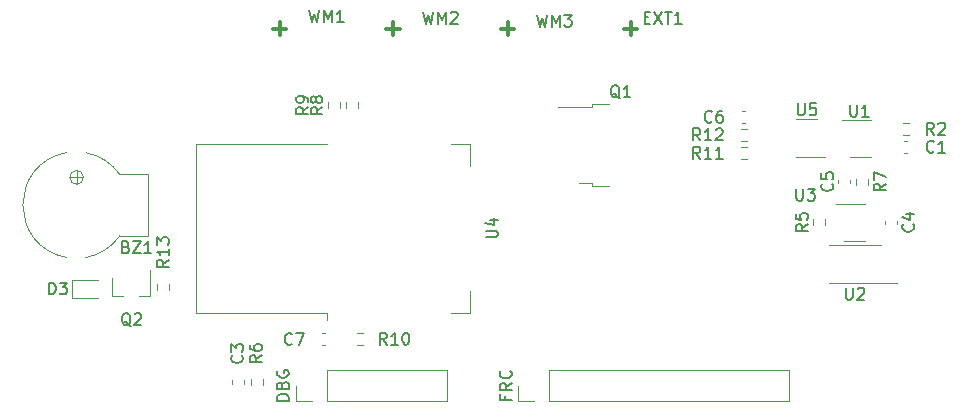
<source format=gto>
G04 #@! TF.GenerationSoftware,KiCad,Pcbnew,(5.1.12)-1*
G04 #@! TF.CreationDate,2022-06-29T22:30:09+05:00*
G04 #@! TF.ProjectId,YNXT-WM01,594e5854-2d57-44d3-9031-2e6b69636164,rev?*
G04 #@! TF.SameCoordinates,Original*
G04 #@! TF.FileFunction,Legend,Top*
G04 #@! TF.FilePolarity,Positive*
%FSLAX46Y46*%
G04 Gerber Fmt 4.6, Leading zero omitted, Abs format (unit mm)*
G04 Created by KiCad (PCBNEW (5.1.12)-1) date 2022-06-29 22:30:09*
%MOMM*%
%LPD*%
G01*
G04 APERTURE LIST*
%ADD10C,0.300000*%
%ADD11C,0.050000*%
%ADD12C,0.120000*%
%ADD13C,0.150000*%
%ADD14C,2.390000*%
%ADD15R,1.500000X2.200000*%
%ADD16R,1.700000X1.700000*%
%ADD17O,1.700000X1.700000*%
%ADD18R,2.200000X1.200000*%
%ADD19R,6.400000X5.800000*%
%ADD20C,2.100000*%
%ADD21R,2.100000X2.100000*%
%ADD22R,0.800000X0.900000*%
%ADD23R,1.220000X0.650000*%
%ADD24R,0.700000X2.000000*%
%ADD25R,2.000000X0.700000*%
%ADD26R,1.060000X0.650000*%
%ADD27R,0.800000X1.200000*%
%ADD28O,1.000000X1.600000*%
%ADD29C,0.650000*%
%ADD30O,1.000000X2.100000*%
%ADD31C,2.500000*%
G04 APERTURE END LIST*
D10*
X141986071Y-95357142D02*
X143128928Y-95357142D01*
X142557500Y-95928571D02*
X142557500Y-94785714D01*
X131572071Y-95357142D02*
X132714928Y-95357142D01*
X132143500Y-95928571D02*
X132143500Y-94785714D01*
X121856571Y-95357142D02*
X122999428Y-95357142D01*
X122428000Y-95928571D02*
X122428000Y-94785714D01*
X112268071Y-95357142D02*
X113410928Y-95357142D01*
X112839500Y-95928571D02*
X112839500Y-94785714D01*
D11*
X95097600Y-107962700D02*
X96189800Y-107962700D01*
X95656400Y-108542466D02*
X95656400Y-107382934D01*
X96236166Y-107962700D02*
G75*
G03*
X96236166Y-107962700I-579766J0D01*
G01*
D12*
X99313999Y-107708701D02*
X101727000Y-107708700D01*
X99332864Y-112890806D02*
X101727000Y-112890300D01*
X101727000Y-112890300D02*
X101727000Y-107708700D01*
X96438546Y-105869535D02*
G75*
G02*
X99313999Y-107708701I-807546J-4429965D01*
G01*
X99332864Y-112890806D02*
G75*
G02*
X96443799Y-114744499I-3701864J2591306D01*
G01*
X94818199Y-114744499D02*
G75*
G02*
X94818201Y-105854501I812801J4444999D01*
G01*
X114240000Y-126933000D02*
X114240000Y-125603000D01*
X115570000Y-126933000D02*
X114240000Y-126933000D01*
X116840000Y-126933000D02*
X116840000Y-124273000D01*
X116840000Y-124273000D02*
X127060000Y-124273000D01*
X116840000Y-126933000D02*
X127060000Y-126933000D01*
X127060000Y-126933000D02*
X127060000Y-124273000D01*
X139262000Y-108399500D02*
X138162000Y-108399500D01*
X139262000Y-108669500D02*
X139262000Y-108399500D01*
X140762000Y-108669500D02*
X139262000Y-108669500D01*
X139262000Y-102039500D02*
X136432000Y-102039500D01*
X139262000Y-101769500D02*
X139262000Y-102039500D01*
X140762000Y-101769500D02*
X139262000Y-101769500D01*
X166002580Y-105920000D02*
X165721420Y-105920000D01*
X166002580Y-104900000D02*
X165721420Y-104900000D01*
X165102000Y-111900580D02*
X165102000Y-111619420D01*
X164082000Y-111900580D02*
X164082000Y-111619420D01*
X109793500Y-125426080D02*
X109793500Y-125144920D01*
X108773500Y-125426080D02*
X108773500Y-125144920D01*
X160145000Y-108190420D02*
X160145000Y-108471580D01*
X161165000Y-108190420D02*
X161165000Y-108471580D01*
X152005420Y-103380000D02*
X152286580Y-103380000D01*
X152005420Y-102360000D02*
X152286580Y-102360000D01*
X116726580Y-121156000D02*
X116445420Y-121156000D01*
X116726580Y-122176000D02*
X116445420Y-122176000D01*
X98686500Y-117981000D02*
X98686500Y-116521000D01*
X101846500Y-117981000D02*
X101846500Y-115821000D01*
X101846500Y-117981000D02*
X100916500Y-117981000D01*
X98686500Y-117981000D02*
X99616500Y-117981000D01*
X166099258Y-104408500D02*
X165624742Y-104408500D01*
X166099258Y-103363500D02*
X165624742Y-103363500D01*
X157973500Y-111522742D02*
X157973500Y-111997258D01*
X159018500Y-111522742D02*
X159018500Y-111997258D01*
X162701500Y-108568258D02*
X162701500Y-108093742D01*
X161656500Y-108568258D02*
X161656500Y-108093742D01*
X110412000Y-125048242D02*
X110412000Y-125522758D01*
X111457000Y-125048242D02*
X111457000Y-125522758D01*
X119521500Y-102091258D02*
X119521500Y-101616742D01*
X118476500Y-102091258D02*
X118476500Y-101616742D01*
X116952500Y-101616742D02*
X116952500Y-102091258D01*
X117997500Y-101616742D02*
X117997500Y-102091258D01*
X119871258Y-121143500D02*
X119396742Y-121143500D01*
X119871258Y-122188500D02*
X119396742Y-122188500D01*
X151908742Y-106440500D02*
X152383258Y-106440500D01*
X151908742Y-105395500D02*
X152383258Y-105395500D01*
X152383258Y-104916500D02*
X151908742Y-104916500D01*
X152383258Y-103871500D02*
X151908742Y-103871500D01*
X102474500Y-116983742D02*
X102474500Y-117458258D01*
X103519500Y-116983742D02*
X103519500Y-117458258D01*
X161172000Y-106208000D02*
X162932000Y-106208000D01*
X162932000Y-103138000D02*
X160502000Y-103138000D01*
X128968000Y-119438000D02*
X127398000Y-119438000D01*
X128968000Y-119438000D02*
X128968000Y-117548000D01*
X128968000Y-106988000D02*
X128968000Y-105098000D01*
X128968000Y-105098000D02*
X127398000Y-105098000D01*
X116888000Y-105098000D02*
X105728000Y-105098000D01*
X105728000Y-105098000D02*
X105728000Y-119438000D01*
X105728000Y-119438000D02*
X116888000Y-119438000D01*
X116888000Y-119438000D02*
X116888000Y-120038000D01*
X156580000Y-106258000D02*
X159030000Y-106258000D01*
X158380000Y-103038000D02*
X156580000Y-103038000D01*
X161544000Y-116926000D02*
X165144000Y-116926000D01*
X161544000Y-116926000D02*
X159344000Y-116926000D01*
X161544000Y-113706000D02*
X163744000Y-113706000D01*
X161544000Y-113706000D02*
X159344000Y-113706000D01*
X162424000Y-110250000D02*
X159994000Y-110250000D01*
X160664000Y-113320000D02*
X162424000Y-113320000D01*
X97447000Y-116631500D02*
X95287000Y-116631500D01*
X95287000Y-116631500D02*
X95287000Y-118191500D01*
X95287000Y-118191500D02*
X97447000Y-118191500D01*
X133036000Y-126933000D02*
X133036000Y-125603000D01*
X134366000Y-126933000D02*
X133036000Y-126933000D01*
X135636000Y-126933000D02*
X135636000Y-124273000D01*
X135636000Y-124273000D02*
X156016000Y-124273000D01*
X135636000Y-126933000D02*
X156016000Y-126933000D01*
X156016000Y-126933000D02*
X156016000Y-124273000D01*
D13*
X99830047Y-113847571D02*
X99972904Y-113895190D01*
X100020523Y-113942809D01*
X100068142Y-114038047D01*
X100068142Y-114180904D01*
X100020523Y-114276142D01*
X99972904Y-114323761D01*
X99877666Y-114371380D01*
X99496714Y-114371380D01*
X99496714Y-113371380D01*
X99830047Y-113371380D01*
X99925285Y-113419000D01*
X99972904Y-113466619D01*
X100020523Y-113561857D01*
X100020523Y-113657095D01*
X99972904Y-113752333D01*
X99925285Y-113799952D01*
X99830047Y-113847571D01*
X99496714Y-113847571D01*
X100401476Y-113371380D02*
X101068142Y-113371380D01*
X100401476Y-114371380D01*
X101068142Y-114371380D01*
X101972904Y-114371380D02*
X101401476Y-114371380D01*
X101687190Y-114371380D02*
X101687190Y-113371380D01*
X101591952Y-113514238D01*
X101496714Y-113609476D01*
X101401476Y-113657095D01*
X113609380Y-126864904D02*
X112609380Y-126864904D01*
X112609380Y-126626809D01*
X112657000Y-126483952D01*
X112752238Y-126388714D01*
X112847476Y-126341095D01*
X113037952Y-126293476D01*
X113180809Y-126293476D01*
X113371285Y-126341095D01*
X113466523Y-126388714D01*
X113561761Y-126483952D01*
X113609380Y-126626809D01*
X113609380Y-126864904D01*
X113085571Y-125531571D02*
X113133190Y-125388714D01*
X113180809Y-125341095D01*
X113276047Y-125293476D01*
X113418904Y-125293476D01*
X113514142Y-125341095D01*
X113561761Y-125388714D01*
X113609380Y-125483952D01*
X113609380Y-125864904D01*
X112609380Y-125864904D01*
X112609380Y-125531571D01*
X112657000Y-125436333D01*
X112704619Y-125388714D01*
X112799857Y-125341095D01*
X112895095Y-125341095D01*
X112990333Y-125388714D01*
X113037952Y-125436333D01*
X113085571Y-125531571D01*
X113085571Y-125864904D01*
X112657000Y-124341095D02*
X112609380Y-124436333D01*
X112609380Y-124579190D01*
X112657000Y-124722047D01*
X112752238Y-124817285D01*
X112847476Y-124864904D01*
X113037952Y-124912523D01*
X113180809Y-124912523D01*
X113371285Y-124864904D01*
X113466523Y-124817285D01*
X113561761Y-124722047D01*
X113609380Y-124579190D01*
X113609380Y-124483952D01*
X113561761Y-124341095D01*
X113514142Y-124293476D01*
X113180809Y-124293476D01*
X113180809Y-124483952D01*
X141636761Y-101267119D02*
X141541523Y-101219500D01*
X141446285Y-101124261D01*
X141303428Y-100981404D01*
X141208190Y-100933785D01*
X141112952Y-100933785D01*
X141160571Y-101171880D02*
X141065333Y-101124261D01*
X140970095Y-101029023D01*
X140922476Y-100838547D01*
X140922476Y-100505214D01*
X140970095Y-100314738D01*
X141065333Y-100219500D01*
X141160571Y-100171880D01*
X141351047Y-100171880D01*
X141446285Y-100219500D01*
X141541523Y-100314738D01*
X141589142Y-100505214D01*
X141589142Y-100838547D01*
X141541523Y-101029023D01*
X141446285Y-101124261D01*
X141351047Y-101171880D01*
X141160571Y-101171880D01*
X142541523Y-101171880D02*
X141970095Y-101171880D01*
X142255809Y-101171880D02*
X142255809Y-100171880D01*
X142160571Y-100314738D01*
X142065333Y-100409976D01*
X141970095Y-100457595D01*
X143740380Y-94416571D02*
X144073714Y-94416571D01*
X144216571Y-94940380D02*
X143740380Y-94940380D01*
X143740380Y-93940380D01*
X144216571Y-93940380D01*
X144549904Y-93940380D02*
X145216571Y-94940380D01*
X145216571Y-93940380D02*
X144549904Y-94940380D01*
X145454666Y-93940380D02*
X146026095Y-93940380D01*
X145740380Y-94940380D02*
X145740380Y-93940380D01*
X146883238Y-94940380D02*
X146311809Y-94940380D01*
X146597523Y-94940380D02*
X146597523Y-93940380D01*
X146502285Y-94083238D01*
X146407047Y-94178476D01*
X146311809Y-94226095D01*
X168235333Y-105767142D02*
X168187714Y-105814761D01*
X168044857Y-105862380D01*
X167949619Y-105862380D01*
X167806761Y-105814761D01*
X167711523Y-105719523D01*
X167663904Y-105624285D01*
X167616285Y-105433809D01*
X167616285Y-105290952D01*
X167663904Y-105100476D01*
X167711523Y-105005238D01*
X167806761Y-104910000D01*
X167949619Y-104862380D01*
X168044857Y-104862380D01*
X168187714Y-104910000D01*
X168235333Y-104957619D01*
X169187714Y-105862380D02*
X168616285Y-105862380D01*
X168902000Y-105862380D02*
X168902000Y-104862380D01*
X168806761Y-105005238D01*
X168711523Y-105100476D01*
X168616285Y-105148095D01*
X166473142Y-111926666D02*
X166520761Y-111974285D01*
X166568380Y-112117142D01*
X166568380Y-112212380D01*
X166520761Y-112355238D01*
X166425523Y-112450476D01*
X166330285Y-112498095D01*
X166139809Y-112545714D01*
X165996952Y-112545714D01*
X165806476Y-112498095D01*
X165711238Y-112450476D01*
X165616000Y-112355238D01*
X165568380Y-112212380D01*
X165568380Y-112117142D01*
X165616000Y-111974285D01*
X165663619Y-111926666D01*
X165901714Y-111069523D02*
X166568380Y-111069523D01*
X165520761Y-111307619D02*
X166235047Y-111545714D01*
X166235047Y-110926666D01*
X109640642Y-123039166D02*
X109688261Y-123086785D01*
X109735880Y-123229642D01*
X109735880Y-123324880D01*
X109688261Y-123467738D01*
X109593023Y-123562976D01*
X109497785Y-123610595D01*
X109307309Y-123658214D01*
X109164452Y-123658214D01*
X108973976Y-123610595D01*
X108878738Y-123562976D01*
X108783500Y-123467738D01*
X108735880Y-123324880D01*
X108735880Y-123229642D01*
X108783500Y-123086785D01*
X108831119Y-123039166D01*
X108735880Y-122705833D02*
X108735880Y-122086785D01*
X109116833Y-122420119D01*
X109116833Y-122277261D01*
X109164452Y-122182023D01*
X109212071Y-122134404D01*
X109307309Y-122086785D01*
X109545404Y-122086785D01*
X109640642Y-122134404D01*
X109688261Y-122182023D01*
X109735880Y-122277261D01*
X109735880Y-122562976D01*
X109688261Y-122658214D01*
X109640642Y-122705833D01*
X159615142Y-108497666D02*
X159662761Y-108545285D01*
X159710380Y-108688142D01*
X159710380Y-108783380D01*
X159662761Y-108926238D01*
X159567523Y-109021476D01*
X159472285Y-109069095D01*
X159281809Y-109116714D01*
X159138952Y-109116714D01*
X158948476Y-109069095D01*
X158853238Y-109021476D01*
X158758000Y-108926238D01*
X158710380Y-108783380D01*
X158710380Y-108688142D01*
X158758000Y-108545285D01*
X158805619Y-108497666D01*
X158710380Y-107592904D02*
X158710380Y-108069095D01*
X159186571Y-108116714D01*
X159138952Y-108069095D01*
X159091333Y-107973857D01*
X159091333Y-107735761D01*
X159138952Y-107640523D01*
X159186571Y-107592904D01*
X159281809Y-107545285D01*
X159519904Y-107545285D01*
X159615142Y-107592904D01*
X159662761Y-107640523D01*
X159710380Y-107735761D01*
X159710380Y-107973857D01*
X159662761Y-108069095D01*
X159615142Y-108116714D01*
X149439333Y-103227142D02*
X149391714Y-103274761D01*
X149248857Y-103322380D01*
X149153619Y-103322380D01*
X149010761Y-103274761D01*
X148915523Y-103179523D01*
X148867904Y-103084285D01*
X148820285Y-102893809D01*
X148820285Y-102750952D01*
X148867904Y-102560476D01*
X148915523Y-102465238D01*
X149010761Y-102370000D01*
X149153619Y-102322380D01*
X149248857Y-102322380D01*
X149391714Y-102370000D01*
X149439333Y-102417619D01*
X150296476Y-102322380D02*
X150106000Y-102322380D01*
X150010761Y-102370000D01*
X149963142Y-102417619D01*
X149867904Y-102560476D01*
X149820285Y-102750952D01*
X149820285Y-103131904D01*
X149867904Y-103227142D01*
X149915523Y-103274761D01*
X150010761Y-103322380D01*
X150201238Y-103322380D01*
X150296476Y-103274761D01*
X150344095Y-103227142D01*
X150391714Y-103131904D01*
X150391714Y-102893809D01*
X150344095Y-102798571D01*
X150296476Y-102750952D01*
X150201238Y-102703333D01*
X150010761Y-102703333D01*
X149915523Y-102750952D01*
X149867904Y-102798571D01*
X149820285Y-102893809D01*
X113879333Y-122035842D02*
X113831714Y-122083461D01*
X113688857Y-122131080D01*
X113593619Y-122131080D01*
X113450761Y-122083461D01*
X113355523Y-121988223D01*
X113307904Y-121892985D01*
X113260285Y-121702509D01*
X113260285Y-121559652D01*
X113307904Y-121369176D01*
X113355523Y-121273938D01*
X113450761Y-121178700D01*
X113593619Y-121131080D01*
X113688857Y-121131080D01*
X113831714Y-121178700D01*
X113879333Y-121226319D01*
X114212666Y-121131080D02*
X114879333Y-121131080D01*
X114450761Y-122131080D01*
X115363809Y-93813380D02*
X115601904Y-94813380D01*
X115792380Y-94099095D01*
X115982857Y-94813380D01*
X116220952Y-93813380D01*
X116601904Y-94813380D02*
X116601904Y-93813380D01*
X116935238Y-94527666D01*
X117268571Y-93813380D01*
X117268571Y-94813380D01*
X118268571Y-94813380D02*
X117697142Y-94813380D01*
X117982857Y-94813380D02*
X117982857Y-93813380D01*
X117887619Y-93956238D01*
X117792380Y-94051476D01*
X117697142Y-94099095D01*
X125015809Y-93940380D02*
X125253904Y-94940380D01*
X125444380Y-94226095D01*
X125634857Y-94940380D01*
X125872952Y-93940380D01*
X126253904Y-94940380D02*
X126253904Y-93940380D01*
X126587238Y-94654666D01*
X126920571Y-93940380D01*
X126920571Y-94940380D01*
X127349142Y-94035619D02*
X127396761Y-93988000D01*
X127492000Y-93940380D01*
X127730095Y-93940380D01*
X127825333Y-93988000D01*
X127872952Y-94035619D01*
X127920571Y-94130857D01*
X127920571Y-94226095D01*
X127872952Y-94368952D01*
X127301523Y-94940380D01*
X127920571Y-94940380D01*
X134667809Y-94194380D02*
X134905904Y-95194380D01*
X135096380Y-94480095D01*
X135286857Y-95194380D01*
X135524952Y-94194380D01*
X135905904Y-95194380D02*
X135905904Y-94194380D01*
X136239238Y-94908666D01*
X136572571Y-94194380D01*
X136572571Y-95194380D01*
X136953523Y-94194380D02*
X137572571Y-94194380D01*
X137239238Y-94575333D01*
X137382095Y-94575333D01*
X137477333Y-94622952D01*
X137524952Y-94670571D01*
X137572571Y-94765809D01*
X137572571Y-95003904D01*
X137524952Y-95099142D01*
X137477333Y-95146761D01*
X137382095Y-95194380D01*
X137096380Y-95194380D01*
X137001142Y-95146761D01*
X136953523Y-95099142D01*
X100234761Y-120562619D02*
X100139523Y-120515000D01*
X100044285Y-120419761D01*
X99901428Y-120276904D01*
X99806190Y-120229285D01*
X99710952Y-120229285D01*
X99758571Y-120467380D02*
X99663333Y-120419761D01*
X99568095Y-120324523D01*
X99520476Y-120134047D01*
X99520476Y-119800714D01*
X99568095Y-119610238D01*
X99663333Y-119515000D01*
X99758571Y-119467380D01*
X99949047Y-119467380D01*
X100044285Y-119515000D01*
X100139523Y-119610238D01*
X100187142Y-119800714D01*
X100187142Y-120134047D01*
X100139523Y-120324523D01*
X100044285Y-120419761D01*
X99949047Y-120467380D01*
X99758571Y-120467380D01*
X100568095Y-119562619D02*
X100615714Y-119515000D01*
X100710952Y-119467380D01*
X100949047Y-119467380D01*
X101044285Y-119515000D01*
X101091904Y-119562619D01*
X101139523Y-119657857D01*
X101139523Y-119753095D01*
X101091904Y-119895952D01*
X100520476Y-120467380D01*
X101139523Y-120467380D01*
X168235333Y-104338380D02*
X167902000Y-103862190D01*
X167663904Y-104338380D02*
X167663904Y-103338380D01*
X168044857Y-103338380D01*
X168140095Y-103386000D01*
X168187714Y-103433619D01*
X168235333Y-103528857D01*
X168235333Y-103671714D01*
X168187714Y-103766952D01*
X168140095Y-103814571D01*
X168044857Y-103862190D01*
X167663904Y-103862190D01*
X168616285Y-103433619D02*
X168663904Y-103386000D01*
X168759142Y-103338380D01*
X168997238Y-103338380D01*
X169092476Y-103386000D01*
X169140095Y-103433619D01*
X169187714Y-103528857D01*
X169187714Y-103624095D01*
X169140095Y-103766952D01*
X168568666Y-104338380D01*
X169187714Y-104338380D01*
X157551380Y-111926666D02*
X157075190Y-112260000D01*
X157551380Y-112498095D02*
X156551380Y-112498095D01*
X156551380Y-112117142D01*
X156599000Y-112021904D01*
X156646619Y-111974285D01*
X156741857Y-111926666D01*
X156884714Y-111926666D01*
X156979952Y-111974285D01*
X157027571Y-112021904D01*
X157075190Y-112117142D01*
X157075190Y-112498095D01*
X156551380Y-111021904D02*
X156551380Y-111498095D01*
X157027571Y-111545714D01*
X156979952Y-111498095D01*
X156932333Y-111402857D01*
X156932333Y-111164761D01*
X156979952Y-111069523D01*
X157027571Y-111021904D01*
X157122809Y-110974285D01*
X157360904Y-110974285D01*
X157456142Y-111021904D01*
X157503761Y-111069523D01*
X157551380Y-111164761D01*
X157551380Y-111402857D01*
X157503761Y-111498095D01*
X157456142Y-111545714D01*
X164155380Y-108497666D02*
X163679190Y-108831000D01*
X164155380Y-109069095D02*
X163155380Y-109069095D01*
X163155380Y-108688142D01*
X163203000Y-108592904D01*
X163250619Y-108545285D01*
X163345857Y-108497666D01*
X163488714Y-108497666D01*
X163583952Y-108545285D01*
X163631571Y-108592904D01*
X163679190Y-108688142D01*
X163679190Y-109069095D01*
X163155380Y-108164333D02*
X163155380Y-107497666D01*
X164155380Y-107926238D01*
X111323380Y-123039166D02*
X110847190Y-123372500D01*
X111323380Y-123610595D02*
X110323380Y-123610595D01*
X110323380Y-123229642D01*
X110371000Y-123134404D01*
X110418619Y-123086785D01*
X110513857Y-123039166D01*
X110656714Y-123039166D01*
X110751952Y-123086785D01*
X110799571Y-123134404D01*
X110847190Y-123229642D01*
X110847190Y-123610595D01*
X110323380Y-122182023D02*
X110323380Y-122372500D01*
X110371000Y-122467738D01*
X110418619Y-122515357D01*
X110561476Y-122610595D01*
X110751952Y-122658214D01*
X111132904Y-122658214D01*
X111228142Y-122610595D01*
X111275761Y-122562976D01*
X111323380Y-122467738D01*
X111323380Y-122277261D01*
X111275761Y-122182023D01*
X111228142Y-122134404D01*
X111132904Y-122086785D01*
X110894809Y-122086785D01*
X110799571Y-122134404D01*
X110751952Y-122182023D01*
X110704333Y-122277261D01*
X110704333Y-122467738D01*
X110751952Y-122562976D01*
X110799571Y-122610595D01*
X110894809Y-122658214D01*
X116466880Y-102020666D02*
X115990690Y-102354000D01*
X116466880Y-102592095D02*
X115466880Y-102592095D01*
X115466880Y-102211142D01*
X115514500Y-102115904D01*
X115562119Y-102068285D01*
X115657357Y-102020666D01*
X115800214Y-102020666D01*
X115895452Y-102068285D01*
X115943071Y-102115904D01*
X115990690Y-102211142D01*
X115990690Y-102592095D01*
X115895452Y-101449238D02*
X115847833Y-101544476D01*
X115800214Y-101592095D01*
X115704976Y-101639714D01*
X115657357Y-101639714D01*
X115562119Y-101592095D01*
X115514500Y-101544476D01*
X115466880Y-101449238D01*
X115466880Y-101258761D01*
X115514500Y-101163523D01*
X115562119Y-101115904D01*
X115657357Y-101068285D01*
X115704976Y-101068285D01*
X115800214Y-101115904D01*
X115847833Y-101163523D01*
X115895452Y-101258761D01*
X115895452Y-101449238D01*
X115943071Y-101544476D01*
X115990690Y-101592095D01*
X116085928Y-101639714D01*
X116276404Y-101639714D01*
X116371642Y-101592095D01*
X116419261Y-101544476D01*
X116466880Y-101449238D01*
X116466880Y-101258761D01*
X116419261Y-101163523D01*
X116371642Y-101115904D01*
X116276404Y-101068285D01*
X116085928Y-101068285D01*
X115990690Y-101115904D01*
X115943071Y-101163523D01*
X115895452Y-101258761D01*
X115260380Y-102020666D02*
X114784190Y-102354000D01*
X115260380Y-102592095D02*
X114260380Y-102592095D01*
X114260380Y-102211142D01*
X114308000Y-102115904D01*
X114355619Y-102068285D01*
X114450857Y-102020666D01*
X114593714Y-102020666D01*
X114688952Y-102068285D01*
X114736571Y-102115904D01*
X114784190Y-102211142D01*
X114784190Y-102592095D01*
X115260380Y-101544476D02*
X115260380Y-101354000D01*
X115212761Y-101258761D01*
X115165142Y-101211142D01*
X115022285Y-101115904D01*
X114831809Y-101068285D01*
X114450857Y-101068285D01*
X114355619Y-101115904D01*
X114308000Y-101163523D01*
X114260380Y-101258761D01*
X114260380Y-101449238D01*
X114308000Y-101544476D01*
X114355619Y-101592095D01*
X114450857Y-101639714D01*
X114688952Y-101639714D01*
X114784190Y-101592095D01*
X114831809Y-101544476D01*
X114879428Y-101449238D01*
X114879428Y-101258761D01*
X114831809Y-101163523D01*
X114784190Y-101115904D01*
X114688952Y-101068285D01*
X121912142Y-122118380D02*
X121578809Y-121642190D01*
X121340714Y-122118380D02*
X121340714Y-121118380D01*
X121721666Y-121118380D01*
X121816904Y-121166000D01*
X121864523Y-121213619D01*
X121912142Y-121308857D01*
X121912142Y-121451714D01*
X121864523Y-121546952D01*
X121816904Y-121594571D01*
X121721666Y-121642190D01*
X121340714Y-121642190D01*
X122864523Y-122118380D02*
X122293095Y-122118380D01*
X122578809Y-122118380D02*
X122578809Y-121118380D01*
X122483571Y-121261238D01*
X122388333Y-121356476D01*
X122293095Y-121404095D01*
X123483571Y-121118380D02*
X123578809Y-121118380D01*
X123674047Y-121166000D01*
X123721666Y-121213619D01*
X123769285Y-121308857D01*
X123816904Y-121499333D01*
X123816904Y-121737428D01*
X123769285Y-121927904D01*
X123721666Y-122023142D01*
X123674047Y-122070761D01*
X123578809Y-122118380D01*
X123483571Y-122118380D01*
X123388333Y-122070761D01*
X123340714Y-122023142D01*
X123293095Y-121927904D01*
X123245476Y-121737428D01*
X123245476Y-121499333D01*
X123293095Y-121308857D01*
X123340714Y-121213619D01*
X123388333Y-121166000D01*
X123483571Y-121118380D01*
X148455142Y-106370380D02*
X148121809Y-105894190D01*
X147883714Y-106370380D02*
X147883714Y-105370380D01*
X148264666Y-105370380D01*
X148359904Y-105418000D01*
X148407523Y-105465619D01*
X148455142Y-105560857D01*
X148455142Y-105703714D01*
X148407523Y-105798952D01*
X148359904Y-105846571D01*
X148264666Y-105894190D01*
X147883714Y-105894190D01*
X149407523Y-106370380D02*
X148836095Y-106370380D01*
X149121809Y-106370380D02*
X149121809Y-105370380D01*
X149026571Y-105513238D01*
X148931333Y-105608476D01*
X148836095Y-105656095D01*
X150359904Y-106370380D02*
X149788476Y-106370380D01*
X150074190Y-106370380D02*
X150074190Y-105370380D01*
X149978952Y-105513238D01*
X149883714Y-105608476D01*
X149788476Y-105656095D01*
X148455142Y-104820980D02*
X148121809Y-104344790D01*
X147883714Y-104820980D02*
X147883714Y-103820980D01*
X148264666Y-103820980D01*
X148359904Y-103868600D01*
X148407523Y-103916219D01*
X148455142Y-104011457D01*
X148455142Y-104154314D01*
X148407523Y-104249552D01*
X148359904Y-104297171D01*
X148264666Y-104344790D01*
X147883714Y-104344790D01*
X149407523Y-104820980D02*
X148836095Y-104820980D01*
X149121809Y-104820980D02*
X149121809Y-103820980D01*
X149026571Y-103963838D01*
X148931333Y-104059076D01*
X148836095Y-104106695D01*
X149788476Y-103916219D02*
X149836095Y-103868600D01*
X149931333Y-103820980D01*
X150169428Y-103820980D01*
X150264666Y-103868600D01*
X150312285Y-103916219D01*
X150359904Y-104011457D01*
X150359904Y-104106695D01*
X150312285Y-104249552D01*
X149740857Y-104820980D01*
X150359904Y-104820980D01*
X103449380Y-114942857D02*
X102973190Y-115276190D01*
X103449380Y-115514285D02*
X102449380Y-115514285D01*
X102449380Y-115133333D01*
X102497000Y-115038095D01*
X102544619Y-114990476D01*
X102639857Y-114942857D01*
X102782714Y-114942857D01*
X102877952Y-114990476D01*
X102925571Y-115038095D01*
X102973190Y-115133333D01*
X102973190Y-115514285D01*
X103449380Y-113990476D02*
X103449380Y-114561904D01*
X103449380Y-114276190D02*
X102449380Y-114276190D01*
X102592238Y-114371428D01*
X102687476Y-114466666D01*
X102735095Y-114561904D01*
X102449380Y-113657142D02*
X102449380Y-113038095D01*
X102830333Y-113371428D01*
X102830333Y-113228571D01*
X102877952Y-113133333D01*
X102925571Y-113085714D01*
X103020809Y-113038095D01*
X103258904Y-113038095D01*
X103354142Y-113085714D01*
X103401761Y-113133333D01*
X103449380Y-113228571D01*
X103449380Y-113514285D01*
X103401761Y-113609523D01*
X103354142Y-113657142D01*
X161163095Y-101814380D02*
X161163095Y-102623904D01*
X161210714Y-102719142D01*
X161258333Y-102766761D01*
X161353571Y-102814380D01*
X161544047Y-102814380D01*
X161639285Y-102766761D01*
X161686904Y-102719142D01*
X161734523Y-102623904D01*
X161734523Y-101814380D01*
X162734523Y-102814380D02*
X162163095Y-102814380D01*
X162448809Y-102814380D02*
X162448809Y-101814380D01*
X162353571Y-101957238D01*
X162258333Y-102052476D01*
X162163095Y-102100095D01*
X130300380Y-113029904D02*
X131109904Y-113029904D01*
X131205142Y-112982285D01*
X131252761Y-112934666D01*
X131300380Y-112839428D01*
X131300380Y-112648952D01*
X131252761Y-112553714D01*
X131205142Y-112506095D01*
X131109904Y-112458476D01*
X130300380Y-112458476D01*
X130633714Y-111553714D02*
X131300380Y-111553714D01*
X130252761Y-111791809D02*
X130967047Y-112029904D01*
X130967047Y-111410857D01*
X156718095Y-101687380D02*
X156718095Y-102496904D01*
X156765714Y-102592142D01*
X156813333Y-102639761D01*
X156908571Y-102687380D01*
X157099047Y-102687380D01*
X157194285Y-102639761D01*
X157241904Y-102592142D01*
X157289523Y-102496904D01*
X157289523Y-101687380D01*
X158241904Y-101687380D02*
X157765714Y-101687380D01*
X157718095Y-102163571D01*
X157765714Y-102115952D01*
X157860952Y-102068333D01*
X158099047Y-102068333D01*
X158194285Y-102115952D01*
X158241904Y-102163571D01*
X158289523Y-102258809D01*
X158289523Y-102496904D01*
X158241904Y-102592142D01*
X158194285Y-102639761D01*
X158099047Y-102687380D01*
X157860952Y-102687380D01*
X157765714Y-102639761D01*
X157718095Y-102592142D01*
X160782095Y-117308380D02*
X160782095Y-118117904D01*
X160829714Y-118213142D01*
X160877333Y-118260761D01*
X160972571Y-118308380D01*
X161163047Y-118308380D01*
X161258285Y-118260761D01*
X161305904Y-118213142D01*
X161353523Y-118117904D01*
X161353523Y-117308380D01*
X161782095Y-117403619D02*
X161829714Y-117356000D01*
X161924952Y-117308380D01*
X162163047Y-117308380D01*
X162258285Y-117356000D01*
X162305904Y-117403619D01*
X162353523Y-117498857D01*
X162353523Y-117594095D01*
X162305904Y-117736952D01*
X161734476Y-118308380D01*
X162353523Y-118308380D01*
X156591095Y-108926380D02*
X156591095Y-109735904D01*
X156638714Y-109831142D01*
X156686333Y-109878761D01*
X156781571Y-109926380D01*
X156972047Y-109926380D01*
X157067285Y-109878761D01*
X157114904Y-109831142D01*
X157162523Y-109735904D01*
X157162523Y-108926380D01*
X157543476Y-108926380D02*
X158162523Y-108926380D01*
X157829190Y-109307333D01*
X157972047Y-109307333D01*
X158067285Y-109354952D01*
X158114904Y-109402571D01*
X158162523Y-109497809D01*
X158162523Y-109735904D01*
X158114904Y-109831142D01*
X158067285Y-109878761D01*
X157972047Y-109926380D01*
X157686333Y-109926380D01*
X157591095Y-109878761D01*
X157543476Y-109831142D01*
X93305404Y-117863880D02*
X93305404Y-116863880D01*
X93543500Y-116863880D01*
X93686357Y-116911500D01*
X93781595Y-117006738D01*
X93829214Y-117101976D01*
X93876833Y-117292452D01*
X93876833Y-117435309D01*
X93829214Y-117625785D01*
X93781595Y-117721023D01*
X93686357Y-117816261D01*
X93543500Y-117863880D01*
X93305404Y-117863880D01*
X94210166Y-116863880D02*
X94829214Y-116863880D01*
X94495880Y-117244833D01*
X94638738Y-117244833D01*
X94733976Y-117292452D01*
X94781595Y-117340071D01*
X94829214Y-117435309D01*
X94829214Y-117673404D01*
X94781595Y-117768642D01*
X94733976Y-117816261D01*
X94638738Y-117863880D01*
X94353023Y-117863880D01*
X94257785Y-117816261D01*
X94210166Y-117768642D01*
X131964571Y-126460142D02*
X131964571Y-126793476D01*
X132488380Y-126793476D02*
X131488380Y-126793476D01*
X131488380Y-126317285D01*
X132488380Y-125364904D02*
X132012190Y-125698238D01*
X132488380Y-125936333D02*
X131488380Y-125936333D01*
X131488380Y-125555380D01*
X131536000Y-125460142D01*
X131583619Y-125412523D01*
X131678857Y-125364904D01*
X131821714Y-125364904D01*
X131916952Y-125412523D01*
X131964571Y-125460142D01*
X132012190Y-125555380D01*
X132012190Y-125936333D01*
X132393142Y-124364904D02*
X132440761Y-124412523D01*
X132488380Y-124555380D01*
X132488380Y-124650619D01*
X132440761Y-124793476D01*
X132345523Y-124888714D01*
X132250285Y-124936333D01*
X132059809Y-124983952D01*
X131916952Y-124983952D01*
X131726476Y-124936333D01*
X131631238Y-124888714D01*
X131536000Y-124793476D01*
X131488380Y-124650619D01*
X131488380Y-124555380D01*
X131536000Y-124412523D01*
X131583619Y-124364904D01*
%LPC*%
D14*
X97288001Y-120455001D03*
D15*
X95631000Y-114414300D03*
X95631000Y-106133900D03*
D16*
X115570000Y-125603000D03*
D17*
X118110000Y-125603000D03*
X120650000Y-125603000D03*
X123190000Y-125603000D03*
X125730000Y-125603000D03*
D18*
X137532000Y-102939500D03*
X137532000Y-107499500D03*
D19*
X143832000Y-105219500D03*
D20*
X146558000Y-96774000D03*
D21*
X144018000Y-96774000D03*
G36*
G01*
X165537000Y-105160000D02*
X165537000Y-105660000D01*
G75*
G02*
X165312000Y-105885000I-225000J0D01*
G01*
X164862000Y-105885000D01*
G75*
G02*
X164637000Y-105660000I0J225000D01*
G01*
X164637000Y-105160000D01*
G75*
G02*
X164862000Y-104935000I225000J0D01*
G01*
X165312000Y-104935000D01*
G75*
G02*
X165537000Y-105160000I0J-225000D01*
G01*
G37*
G36*
G01*
X167087000Y-105160000D02*
X167087000Y-105660000D01*
G75*
G02*
X166862000Y-105885000I-225000J0D01*
G01*
X166412000Y-105885000D01*
G75*
G02*
X166187000Y-105660000I0J225000D01*
G01*
X166187000Y-105160000D01*
G75*
G02*
X166412000Y-104935000I225000J0D01*
G01*
X166862000Y-104935000D01*
G75*
G02*
X167087000Y-105160000I0J-225000D01*
G01*
G37*
G36*
G01*
X164842000Y-112985000D02*
X164342000Y-112985000D01*
G75*
G02*
X164117000Y-112760000I0J225000D01*
G01*
X164117000Y-112310000D01*
G75*
G02*
X164342000Y-112085000I225000J0D01*
G01*
X164842000Y-112085000D01*
G75*
G02*
X165067000Y-112310000I0J-225000D01*
G01*
X165067000Y-112760000D01*
G75*
G02*
X164842000Y-112985000I-225000J0D01*
G01*
G37*
G36*
G01*
X164842000Y-111435000D02*
X164342000Y-111435000D01*
G75*
G02*
X164117000Y-111210000I0J225000D01*
G01*
X164117000Y-110760000D01*
G75*
G02*
X164342000Y-110535000I225000J0D01*
G01*
X164842000Y-110535000D01*
G75*
G02*
X165067000Y-110760000I0J-225000D01*
G01*
X165067000Y-111210000D01*
G75*
G02*
X164842000Y-111435000I-225000J0D01*
G01*
G37*
G36*
G01*
X109533500Y-126510500D02*
X109033500Y-126510500D01*
G75*
G02*
X108808500Y-126285500I0J225000D01*
G01*
X108808500Y-125835500D01*
G75*
G02*
X109033500Y-125610500I225000J0D01*
G01*
X109533500Y-125610500D01*
G75*
G02*
X109758500Y-125835500I0J-225000D01*
G01*
X109758500Y-126285500D01*
G75*
G02*
X109533500Y-126510500I-225000J0D01*
G01*
G37*
G36*
G01*
X109533500Y-124960500D02*
X109033500Y-124960500D01*
G75*
G02*
X108808500Y-124735500I0J225000D01*
G01*
X108808500Y-124285500D01*
G75*
G02*
X109033500Y-124060500I225000J0D01*
G01*
X109533500Y-124060500D01*
G75*
G02*
X109758500Y-124285500I0J-225000D01*
G01*
X109758500Y-124735500D01*
G75*
G02*
X109533500Y-124960500I-225000J0D01*
G01*
G37*
G36*
G01*
X160405000Y-107106000D02*
X160905000Y-107106000D01*
G75*
G02*
X161130000Y-107331000I0J-225000D01*
G01*
X161130000Y-107781000D01*
G75*
G02*
X160905000Y-108006000I-225000J0D01*
G01*
X160405000Y-108006000D01*
G75*
G02*
X160180000Y-107781000I0J225000D01*
G01*
X160180000Y-107331000D01*
G75*
G02*
X160405000Y-107106000I225000J0D01*
G01*
G37*
G36*
G01*
X160405000Y-108656000D02*
X160905000Y-108656000D01*
G75*
G02*
X161130000Y-108881000I0J-225000D01*
G01*
X161130000Y-109331000D01*
G75*
G02*
X160905000Y-109556000I-225000J0D01*
G01*
X160405000Y-109556000D01*
G75*
G02*
X160180000Y-109331000I0J225000D01*
G01*
X160180000Y-108881000D01*
G75*
G02*
X160405000Y-108656000I225000J0D01*
G01*
G37*
G36*
G01*
X150921000Y-103120000D02*
X150921000Y-102620000D01*
G75*
G02*
X151146000Y-102395000I225000J0D01*
G01*
X151596000Y-102395000D01*
G75*
G02*
X151821000Y-102620000I0J-225000D01*
G01*
X151821000Y-103120000D01*
G75*
G02*
X151596000Y-103345000I-225000J0D01*
G01*
X151146000Y-103345000D01*
G75*
G02*
X150921000Y-103120000I0J225000D01*
G01*
G37*
G36*
G01*
X152471000Y-103120000D02*
X152471000Y-102620000D01*
G75*
G02*
X152696000Y-102395000I225000J0D01*
G01*
X153146000Y-102395000D01*
G75*
G02*
X153371000Y-102620000I0J-225000D01*
G01*
X153371000Y-103120000D01*
G75*
G02*
X153146000Y-103345000I-225000J0D01*
G01*
X152696000Y-103345000D01*
G75*
G02*
X152471000Y-103120000I0J225000D01*
G01*
G37*
G36*
G01*
X117811000Y-121416000D02*
X117811000Y-121916000D01*
G75*
G02*
X117586000Y-122141000I-225000J0D01*
G01*
X117136000Y-122141000D01*
G75*
G02*
X116911000Y-121916000I0J225000D01*
G01*
X116911000Y-121416000D01*
G75*
G02*
X117136000Y-121191000I225000J0D01*
G01*
X117586000Y-121191000D01*
G75*
G02*
X117811000Y-121416000I0J-225000D01*
G01*
G37*
G36*
G01*
X116261000Y-121416000D02*
X116261000Y-121916000D01*
G75*
G02*
X116036000Y-122141000I-225000J0D01*
G01*
X115586000Y-122141000D01*
G75*
G02*
X115361000Y-121916000I0J225000D01*
G01*
X115361000Y-121416000D01*
G75*
G02*
X115586000Y-121191000I225000J0D01*
G01*
X116036000Y-121191000D01*
G75*
G02*
X116261000Y-121416000I0J-225000D01*
G01*
G37*
X114300000Y-96774000D03*
D20*
X116840000Y-96774000D03*
X119380000Y-96774000D03*
X129032000Y-96774000D03*
X126492000Y-96774000D03*
D21*
X123952000Y-96774000D03*
X133604000Y-96774000D03*
D20*
X136144000Y-96774000D03*
X138684000Y-96774000D03*
D22*
X101216500Y-116221000D03*
X99316500Y-116221000D03*
X100266500Y-118221000D03*
G36*
G01*
X165437000Y-103611000D02*
X165437000Y-104161000D01*
G75*
G02*
X165237000Y-104361000I-200000J0D01*
G01*
X164837000Y-104361000D01*
G75*
G02*
X164637000Y-104161000I0J200000D01*
G01*
X164637000Y-103611000D01*
G75*
G02*
X164837000Y-103411000I200000J0D01*
G01*
X165237000Y-103411000D01*
G75*
G02*
X165437000Y-103611000I0J-200000D01*
G01*
G37*
G36*
G01*
X167087000Y-103611000D02*
X167087000Y-104161000D01*
G75*
G02*
X166887000Y-104361000I-200000J0D01*
G01*
X166487000Y-104361000D01*
G75*
G02*
X166287000Y-104161000I0J200000D01*
G01*
X166287000Y-103611000D01*
G75*
G02*
X166487000Y-103411000I200000J0D01*
G01*
X166887000Y-103411000D01*
G75*
G02*
X167087000Y-103611000I0J-200000D01*
G01*
G37*
G36*
G01*
X158221000Y-110535000D02*
X158771000Y-110535000D01*
G75*
G02*
X158971000Y-110735000I0J-200000D01*
G01*
X158971000Y-111135000D01*
G75*
G02*
X158771000Y-111335000I-200000J0D01*
G01*
X158221000Y-111335000D01*
G75*
G02*
X158021000Y-111135000I0J200000D01*
G01*
X158021000Y-110735000D01*
G75*
G02*
X158221000Y-110535000I200000J0D01*
G01*
G37*
G36*
G01*
X158221000Y-112185000D02*
X158771000Y-112185000D01*
G75*
G02*
X158971000Y-112385000I0J-200000D01*
G01*
X158971000Y-112785000D01*
G75*
G02*
X158771000Y-112985000I-200000J0D01*
G01*
X158221000Y-112985000D01*
G75*
G02*
X158021000Y-112785000I0J200000D01*
G01*
X158021000Y-112385000D01*
G75*
G02*
X158221000Y-112185000I200000J0D01*
G01*
G37*
G36*
G01*
X162454000Y-109556000D02*
X161904000Y-109556000D01*
G75*
G02*
X161704000Y-109356000I0J200000D01*
G01*
X161704000Y-108956000D01*
G75*
G02*
X161904000Y-108756000I200000J0D01*
G01*
X162454000Y-108756000D01*
G75*
G02*
X162654000Y-108956000I0J-200000D01*
G01*
X162654000Y-109356000D01*
G75*
G02*
X162454000Y-109556000I-200000J0D01*
G01*
G37*
G36*
G01*
X162454000Y-107906000D02*
X161904000Y-107906000D01*
G75*
G02*
X161704000Y-107706000I0J200000D01*
G01*
X161704000Y-107306000D01*
G75*
G02*
X161904000Y-107106000I200000J0D01*
G01*
X162454000Y-107106000D01*
G75*
G02*
X162654000Y-107306000I0J-200000D01*
G01*
X162654000Y-107706000D01*
G75*
G02*
X162454000Y-107906000I-200000J0D01*
G01*
G37*
G36*
G01*
X110659500Y-124060500D02*
X111209500Y-124060500D01*
G75*
G02*
X111409500Y-124260500I0J-200000D01*
G01*
X111409500Y-124660500D01*
G75*
G02*
X111209500Y-124860500I-200000J0D01*
G01*
X110659500Y-124860500D01*
G75*
G02*
X110459500Y-124660500I0J200000D01*
G01*
X110459500Y-124260500D01*
G75*
G02*
X110659500Y-124060500I200000J0D01*
G01*
G37*
G36*
G01*
X110659500Y-125710500D02*
X111209500Y-125710500D01*
G75*
G02*
X111409500Y-125910500I0J-200000D01*
G01*
X111409500Y-126310500D01*
G75*
G02*
X111209500Y-126510500I-200000J0D01*
G01*
X110659500Y-126510500D01*
G75*
G02*
X110459500Y-126310500I0J200000D01*
G01*
X110459500Y-125910500D01*
G75*
G02*
X110659500Y-125710500I200000J0D01*
G01*
G37*
G36*
G01*
X119274000Y-103079000D02*
X118724000Y-103079000D01*
G75*
G02*
X118524000Y-102879000I0J200000D01*
G01*
X118524000Y-102479000D01*
G75*
G02*
X118724000Y-102279000I200000J0D01*
G01*
X119274000Y-102279000D01*
G75*
G02*
X119474000Y-102479000I0J-200000D01*
G01*
X119474000Y-102879000D01*
G75*
G02*
X119274000Y-103079000I-200000J0D01*
G01*
G37*
G36*
G01*
X119274000Y-101429000D02*
X118724000Y-101429000D01*
G75*
G02*
X118524000Y-101229000I0J200000D01*
G01*
X118524000Y-100829000D01*
G75*
G02*
X118724000Y-100629000I200000J0D01*
G01*
X119274000Y-100629000D01*
G75*
G02*
X119474000Y-100829000I0J-200000D01*
G01*
X119474000Y-101229000D01*
G75*
G02*
X119274000Y-101429000I-200000J0D01*
G01*
G37*
G36*
G01*
X117200000Y-100629000D02*
X117750000Y-100629000D01*
G75*
G02*
X117950000Y-100829000I0J-200000D01*
G01*
X117950000Y-101229000D01*
G75*
G02*
X117750000Y-101429000I-200000J0D01*
G01*
X117200000Y-101429000D01*
G75*
G02*
X117000000Y-101229000I0J200000D01*
G01*
X117000000Y-100829000D01*
G75*
G02*
X117200000Y-100629000I200000J0D01*
G01*
G37*
G36*
G01*
X117200000Y-102279000D02*
X117750000Y-102279000D01*
G75*
G02*
X117950000Y-102479000I0J-200000D01*
G01*
X117950000Y-102879000D01*
G75*
G02*
X117750000Y-103079000I-200000J0D01*
G01*
X117200000Y-103079000D01*
G75*
G02*
X117000000Y-102879000I0J200000D01*
G01*
X117000000Y-102479000D01*
G75*
G02*
X117200000Y-102279000I200000J0D01*
G01*
G37*
G36*
G01*
X120859000Y-121391000D02*
X120859000Y-121941000D01*
G75*
G02*
X120659000Y-122141000I-200000J0D01*
G01*
X120259000Y-122141000D01*
G75*
G02*
X120059000Y-121941000I0J200000D01*
G01*
X120059000Y-121391000D01*
G75*
G02*
X120259000Y-121191000I200000J0D01*
G01*
X120659000Y-121191000D01*
G75*
G02*
X120859000Y-121391000I0J-200000D01*
G01*
G37*
G36*
G01*
X119209000Y-121391000D02*
X119209000Y-121941000D01*
G75*
G02*
X119009000Y-122141000I-200000J0D01*
G01*
X118609000Y-122141000D01*
G75*
G02*
X118409000Y-121941000I0J200000D01*
G01*
X118409000Y-121391000D01*
G75*
G02*
X118609000Y-121191000I200000J0D01*
G01*
X119009000Y-121191000D01*
G75*
G02*
X119209000Y-121391000I0J-200000D01*
G01*
G37*
G36*
G01*
X150921000Y-106193000D02*
X150921000Y-105643000D01*
G75*
G02*
X151121000Y-105443000I200000J0D01*
G01*
X151521000Y-105443000D01*
G75*
G02*
X151721000Y-105643000I0J-200000D01*
G01*
X151721000Y-106193000D01*
G75*
G02*
X151521000Y-106393000I-200000J0D01*
G01*
X151121000Y-106393000D01*
G75*
G02*
X150921000Y-106193000I0J200000D01*
G01*
G37*
G36*
G01*
X152571000Y-106193000D02*
X152571000Y-105643000D01*
G75*
G02*
X152771000Y-105443000I200000J0D01*
G01*
X153171000Y-105443000D01*
G75*
G02*
X153371000Y-105643000I0J-200000D01*
G01*
X153371000Y-106193000D01*
G75*
G02*
X153171000Y-106393000I-200000J0D01*
G01*
X152771000Y-106393000D01*
G75*
G02*
X152571000Y-106193000I0J200000D01*
G01*
G37*
G36*
G01*
X151721000Y-104119000D02*
X151721000Y-104669000D01*
G75*
G02*
X151521000Y-104869000I-200000J0D01*
G01*
X151121000Y-104869000D01*
G75*
G02*
X150921000Y-104669000I0J200000D01*
G01*
X150921000Y-104119000D01*
G75*
G02*
X151121000Y-103919000I200000J0D01*
G01*
X151521000Y-103919000D01*
G75*
G02*
X151721000Y-104119000I0J-200000D01*
G01*
G37*
G36*
G01*
X153371000Y-104119000D02*
X153371000Y-104669000D01*
G75*
G02*
X153171000Y-104869000I-200000J0D01*
G01*
X152771000Y-104869000D01*
G75*
G02*
X152571000Y-104669000I0J200000D01*
G01*
X152571000Y-104119000D01*
G75*
G02*
X152771000Y-103919000I200000J0D01*
G01*
X153171000Y-103919000D01*
G75*
G02*
X153371000Y-104119000I0J-200000D01*
G01*
G37*
G36*
G01*
X102722000Y-115996000D02*
X103272000Y-115996000D01*
G75*
G02*
X103472000Y-116196000I0J-200000D01*
G01*
X103472000Y-116596000D01*
G75*
G02*
X103272000Y-116796000I-200000J0D01*
G01*
X102722000Y-116796000D01*
G75*
G02*
X102522000Y-116596000I0J200000D01*
G01*
X102522000Y-116196000D01*
G75*
G02*
X102722000Y-115996000I200000J0D01*
G01*
G37*
G36*
G01*
X102722000Y-117646000D02*
X103272000Y-117646000D01*
G75*
G02*
X103472000Y-117846000I0J-200000D01*
G01*
X103472000Y-118246000D01*
G75*
G02*
X103272000Y-118446000I-200000J0D01*
G01*
X102722000Y-118446000D01*
G75*
G02*
X102522000Y-118246000I0J200000D01*
G01*
X102522000Y-117846000D01*
G75*
G02*
X102722000Y-117646000I200000J0D01*
G01*
G37*
D23*
X163362000Y-103698000D03*
X163362000Y-105598000D03*
X160742000Y-105598000D03*
X160742000Y-104648000D03*
X160742000Y-103698000D03*
D24*
X126588000Y-119318000D03*
X125318000Y-119318000D03*
X124048000Y-119318000D03*
X122778000Y-119318000D03*
X121508000Y-119318000D03*
X120238000Y-119318000D03*
X118968000Y-119318000D03*
X117698000Y-119318000D03*
D25*
X128848000Y-107838000D03*
X128848000Y-109108000D03*
X128848000Y-110378000D03*
X128848000Y-111648000D03*
X128848000Y-112918000D03*
X128848000Y-114188000D03*
X128848000Y-115458000D03*
X128848000Y-116728000D03*
D24*
X117698000Y-105218000D03*
X118968000Y-105218000D03*
X120238000Y-105218000D03*
X121508000Y-105218000D03*
X122778000Y-105218000D03*
X124048000Y-105218000D03*
X125318000Y-105218000D03*
X126588000Y-105218000D03*
D26*
X158580000Y-105598000D03*
X158580000Y-104648000D03*
X158580000Y-103698000D03*
X156380000Y-103698000D03*
X156380000Y-105598000D03*
G36*
G01*
X165144000Y-116191000D02*
X165144000Y-116391000D01*
G75*
G02*
X165044000Y-116491000I-100000J0D01*
G01*
X163769000Y-116491000D01*
G75*
G02*
X163669000Y-116391000I0J100000D01*
G01*
X163669000Y-116191000D01*
G75*
G02*
X163769000Y-116091000I100000J0D01*
G01*
X165044000Y-116091000D01*
G75*
G02*
X165144000Y-116191000I0J-100000D01*
G01*
G37*
G36*
G01*
X165144000Y-115541000D02*
X165144000Y-115741000D01*
G75*
G02*
X165044000Y-115841000I-100000J0D01*
G01*
X163769000Y-115841000D01*
G75*
G02*
X163669000Y-115741000I0J100000D01*
G01*
X163669000Y-115541000D01*
G75*
G02*
X163769000Y-115441000I100000J0D01*
G01*
X165044000Y-115441000D01*
G75*
G02*
X165144000Y-115541000I0J-100000D01*
G01*
G37*
G36*
G01*
X165144000Y-114891000D02*
X165144000Y-115091000D01*
G75*
G02*
X165044000Y-115191000I-100000J0D01*
G01*
X163769000Y-115191000D01*
G75*
G02*
X163669000Y-115091000I0J100000D01*
G01*
X163669000Y-114891000D01*
G75*
G02*
X163769000Y-114791000I100000J0D01*
G01*
X165044000Y-114791000D01*
G75*
G02*
X165144000Y-114891000I0J-100000D01*
G01*
G37*
G36*
G01*
X165144000Y-114241000D02*
X165144000Y-114441000D01*
G75*
G02*
X165044000Y-114541000I-100000J0D01*
G01*
X163769000Y-114541000D01*
G75*
G02*
X163669000Y-114441000I0J100000D01*
G01*
X163669000Y-114241000D01*
G75*
G02*
X163769000Y-114141000I100000J0D01*
G01*
X165044000Y-114141000D01*
G75*
G02*
X165144000Y-114241000I0J-100000D01*
G01*
G37*
G36*
G01*
X159419000Y-114241000D02*
X159419000Y-114441000D01*
G75*
G02*
X159319000Y-114541000I-100000J0D01*
G01*
X158044000Y-114541000D01*
G75*
G02*
X157944000Y-114441000I0J100000D01*
G01*
X157944000Y-114241000D01*
G75*
G02*
X158044000Y-114141000I100000J0D01*
G01*
X159319000Y-114141000D01*
G75*
G02*
X159419000Y-114241000I0J-100000D01*
G01*
G37*
G36*
G01*
X159419000Y-114891000D02*
X159419000Y-115091000D01*
G75*
G02*
X159319000Y-115191000I-100000J0D01*
G01*
X158044000Y-115191000D01*
G75*
G02*
X157944000Y-115091000I0J100000D01*
G01*
X157944000Y-114891000D01*
G75*
G02*
X158044000Y-114791000I100000J0D01*
G01*
X159319000Y-114791000D01*
G75*
G02*
X159419000Y-114891000I0J-100000D01*
G01*
G37*
G36*
G01*
X159419000Y-115541000D02*
X159419000Y-115741000D01*
G75*
G02*
X159319000Y-115841000I-100000J0D01*
G01*
X158044000Y-115841000D01*
G75*
G02*
X157944000Y-115741000I0J100000D01*
G01*
X157944000Y-115541000D01*
G75*
G02*
X158044000Y-115441000I100000J0D01*
G01*
X159319000Y-115441000D01*
G75*
G02*
X159419000Y-115541000I0J-100000D01*
G01*
G37*
G36*
G01*
X159419000Y-116191000D02*
X159419000Y-116391000D01*
G75*
G02*
X159319000Y-116491000I-100000J0D01*
G01*
X158044000Y-116491000D01*
G75*
G02*
X157944000Y-116391000I0J100000D01*
G01*
X157944000Y-116191000D01*
G75*
G02*
X158044000Y-116091000I100000J0D01*
G01*
X159319000Y-116091000D01*
G75*
G02*
X159419000Y-116191000I0J-100000D01*
G01*
G37*
D23*
X160234000Y-110810000D03*
X160234000Y-111760000D03*
X160234000Y-112710000D03*
X162854000Y-112710000D03*
X162854000Y-111760000D03*
X162854000Y-110810000D03*
D27*
X95847000Y-117411500D03*
X97447000Y-117411500D03*
D28*
X165102000Y-95216000D03*
D29*
X163672000Y-98866000D03*
D28*
X156462000Y-95216000D03*
D29*
X157892000Y-98866000D03*
D30*
X156462000Y-99396000D03*
X165102000Y-99396000D03*
D31*
X173609000Y-94869000D03*
X173609000Y-124587000D03*
X91821000Y-124587000D03*
X91821000Y-94869000D03*
D16*
X134366000Y-125603000D03*
D17*
X136906000Y-125603000D03*
X139446000Y-125603000D03*
X141986000Y-125603000D03*
X144526000Y-125603000D03*
X147066000Y-125603000D03*
X149606000Y-125603000D03*
X152146000Y-125603000D03*
X154686000Y-125603000D03*
M02*

</source>
